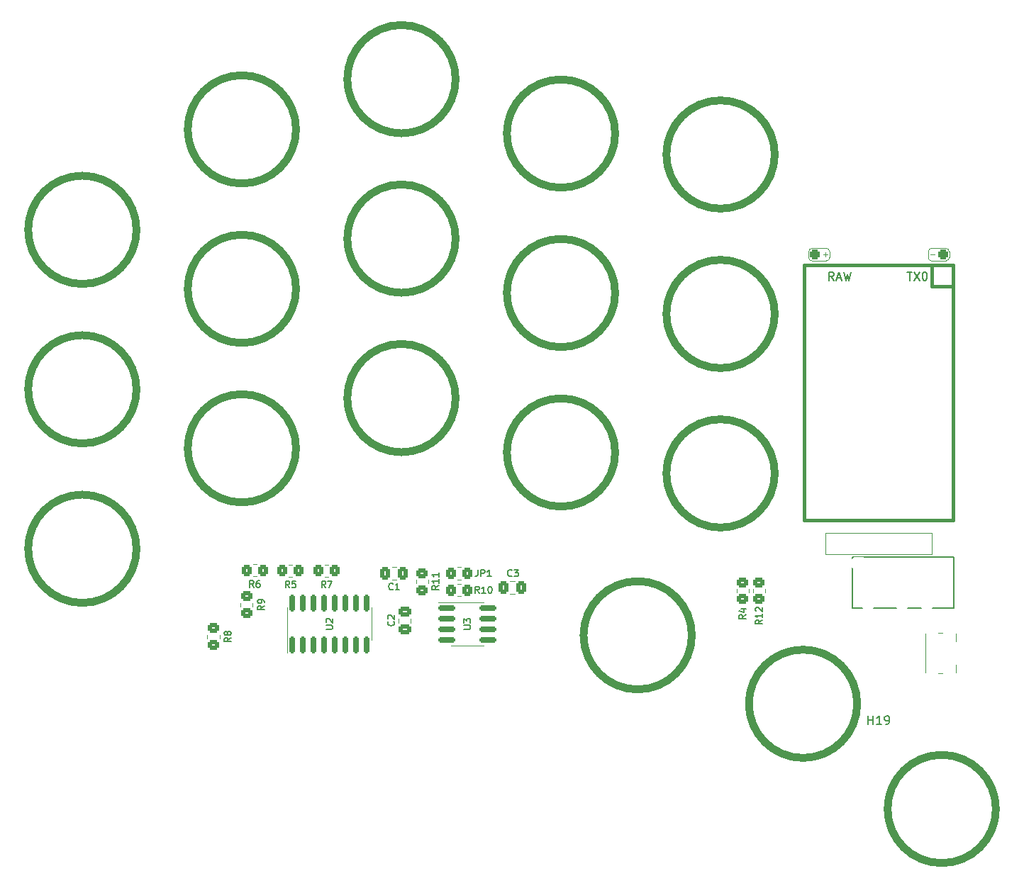
<source format=gto>
%TF.GenerationSoftware,KiCad,Pcbnew,7.0.7-2.fc38*%
%TF.CreationDate,2023-10-08T12:30:22+05:30*%
%TF.ProjectId,tako_right,74616b6f-5f72-4696-9768-742e6b696361,rev?*%
%TF.SameCoordinates,Original*%
%TF.FileFunction,Legend,Top*%
%TF.FilePolarity,Positive*%
%FSLAX46Y46*%
G04 Gerber Fmt 4.6, Leading zero omitted, Abs format (unit mm)*
G04 Created by KiCad (PCBNEW 7.0.7-2.fc38) date 2023-10-08 12:30:22*
%MOMM*%
%LPD*%
G01*
G04 APERTURE LIST*
G04 Aperture macros list*
%AMRoundRect*
0 Rectangle with rounded corners*
0 $1 Rounding radius*
0 $2 $3 $4 $5 $6 $7 $8 $9 X,Y pos of 4 corners*
0 Add a 4 corners polygon primitive as box body*
4,1,4,$2,$3,$4,$5,$6,$7,$8,$9,$2,$3,0*
0 Add four circle primitives for the rounded corners*
1,1,$1+$1,$2,$3*
1,1,$1+$1,$4,$5*
1,1,$1+$1,$6,$7*
1,1,$1+$1,$8,$9*
0 Add four rect primitives between the rounded corners*
20,1,$1+$1,$2,$3,$4,$5,0*
20,1,$1+$1,$4,$5,$6,$7,0*
20,1,$1+$1,$6,$7,$8,$9,0*
20,1,$1+$1,$8,$9,$2,$3,0*%
G04 Aperture macros list end*
%ADD10C,0.150000*%
%ADD11C,0.120000*%
%ADD12C,0.900000*%
%ADD13C,0.100000*%
%ADD14C,0.381000*%
%ADD15R,1.752600X1.752600*%
%ADD16C,1.752600*%
%ADD17RoundRect,0.250000X0.337500X0.475000X-0.337500X0.475000X-0.337500X-0.475000X0.337500X-0.475000X0*%
%ADD18C,3.400000*%
%ADD19RoundRect,0.250000X-0.450000X0.350000X-0.450000X-0.350000X0.450000X-0.350000X0.450000X0.350000X0*%
%ADD20C,0.750000*%
%ADD21R,1.000000X1.550000*%
%ADD22RoundRect,0.250000X0.350000X0.450000X-0.350000X0.450000X-0.350000X-0.450000X0.350000X-0.450000X0*%
%ADD23RoundRect,0.150000X-0.825000X-0.150000X0.825000X-0.150000X0.825000X0.150000X-0.825000X0.150000X0*%
%ADD24RoundRect,0.312500X-0.312500X-0.312500X0.312500X-0.312500X0.312500X0.312500X-0.312500X0.312500X0*%
%ADD25C,3.500000*%
%ADD26RoundRect,0.250000X-0.337500X-0.475000X0.337500X-0.475000X0.337500X0.475000X-0.337500X0.475000X0*%
%ADD27RoundRect,0.250000X0.450000X-0.350000X0.450000X0.350000X-0.450000X0.350000X-0.450000X-0.350000X0*%
%ADD28C,0.800000*%
%ADD29O,2.000000X1.600000*%
%ADD30RoundRect,0.250000X0.475000X-0.337500X0.475000X0.337500X-0.475000X0.337500X-0.475000X-0.337500X0*%
%ADD31RoundRect,0.250000X-0.350000X-0.450000X0.350000X-0.450000X0.350000X0.450000X-0.350000X0.450000X0*%
%ADD32RoundRect,0.150000X0.150000X-0.825000X0.150000X0.825000X-0.150000X0.825000X-0.150000X-0.825000X0*%
%ADD33RoundRect,0.312500X0.312500X0.312500X-0.312500X0.312500X-0.312500X-0.312500X0.312500X-0.312500X0*%
%ADD34C,0.900000*%
G04 APERTURE END LIST*
D10*
X213902503Y-96197594D02*
X213864407Y-96235690D01*
X213864407Y-96235690D02*
X213750122Y-96273785D01*
X213750122Y-96273785D02*
X213673931Y-96273785D01*
X213673931Y-96273785D02*
X213559645Y-96235690D01*
X213559645Y-96235690D02*
X213483455Y-96159499D01*
X213483455Y-96159499D02*
X213445360Y-96083309D01*
X213445360Y-96083309D02*
X213407264Y-95930928D01*
X213407264Y-95930928D02*
X213407264Y-95816642D01*
X213407264Y-95816642D02*
X213445360Y-95664261D01*
X213445360Y-95664261D02*
X213483455Y-95588070D01*
X213483455Y-95588070D02*
X213559645Y-95511880D01*
X213559645Y-95511880D02*
X213673931Y-95473785D01*
X213673931Y-95473785D02*
X213750122Y-95473785D01*
X213750122Y-95473785D02*
X213864407Y-95511880D01*
X213864407Y-95511880D02*
X213902503Y-95549975D01*
X214169169Y-95473785D02*
X214664407Y-95473785D01*
X214664407Y-95473785D02*
X214397741Y-95778547D01*
X214397741Y-95778547D02*
X214512026Y-95778547D01*
X214512026Y-95778547D02*
X214588217Y-95816642D01*
X214588217Y-95816642D02*
X214626312Y-95854737D01*
X214626312Y-95854737D02*
X214664407Y-95930928D01*
X214664407Y-95930928D02*
X214664407Y-96121404D01*
X214664407Y-96121404D02*
X214626312Y-96197594D01*
X214626312Y-96197594D02*
X214588217Y-96235690D01*
X214588217Y-96235690D02*
X214512026Y-96273785D01*
X214512026Y-96273785D02*
X214283455Y-96273785D01*
X214283455Y-96273785D02*
X214207264Y-96235690D01*
X214207264Y-96235690D02*
X214169169Y-96197594D01*
X243785665Y-101480342D02*
X243404712Y-101747009D01*
X243785665Y-101937485D02*
X242985665Y-101937485D01*
X242985665Y-101937485D02*
X242985665Y-101632723D01*
X242985665Y-101632723D02*
X243023760Y-101556533D01*
X243023760Y-101556533D02*
X243061855Y-101518438D01*
X243061855Y-101518438D02*
X243138046Y-101480342D01*
X243138046Y-101480342D02*
X243252331Y-101480342D01*
X243252331Y-101480342D02*
X243328522Y-101518438D01*
X243328522Y-101518438D02*
X243366617Y-101556533D01*
X243366617Y-101556533D02*
X243404712Y-101632723D01*
X243404712Y-101632723D02*
X243404712Y-101937485D01*
X243785665Y-100718438D02*
X243785665Y-101175581D01*
X243785665Y-100947009D02*
X242985665Y-100947009D01*
X242985665Y-100947009D02*
X243099950Y-101023200D01*
X243099950Y-101023200D02*
X243176141Y-101099390D01*
X243176141Y-101099390D02*
X243214236Y-101175581D01*
X243061855Y-100413676D02*
X243023760Y-100375580D01*
X243023760Y-100375580D02*
X242985665Y-100299390D01*
X242985665Y-100299390D02*
X242985665Y-100108914D01*
X242985665Y-100108914D02*
X243023760Y-100032723D01*
X243023760Y-100032723D02*
X243061855Y-99994628D01*
X243061855Y-99994628D02*
X243138046Y-99956533D01*
X243138046Y-99956533D02*
X243214236Y-99956533D01*
X243214236Y-99956533D02*
X243328522Y-99994628D01*
X243328522Y-99994628D02*
X243785665Y-100451771D01*
X243785665Y-100451771D02*
X243785665Y-99956533D01*
X191671153Y-97604428D02*
X191404486Y-97223475D01*
X191214010Y-97604428D02*
X191214010Y-96804428D01*
X191214010Y-96804428D02*
X191518772Y-96804428D01*
X191518772Y-96804428D02*
X191594962Y-96842523D01*
X191594962Y-96842523D02*
X191633057Y-96880618D01*
X191633057Y-96880618D02*
X191671153Y-96956809D01*
X191671153Y-96956809D02*
X191671153Y-97071094D01*
X191671153Y-97071094D02*
X191633057Y-97147285D01*
X191633057Y-97147285D02*
X191594962Y-97185380D01*
X191594962Y-97185380D02*
X191518772Y-97223475D01*
X191518772Y-97223475D02*
X191214010Y-97223475D01*
X191937819Y-96804428D02*
X192471153Y-96804428D01*
X192471153Y-96804428D02*
X192128295Y-97604428D01*
X208184809Y-102548946D02*
X208832428Y-102548946D01*
X208832428Y-102548946D02*
X208908618Y-102510851D01*
X208908618Y-102510851D02*
X208946714Y-102472756D01*
X208946714Y-102472756D02*
X208984809Y-102396565D01*
X208984809Y-102396565D02*
X208984809Y-102244184D01*
X208984809Y-102244184D02*
X208946714Y-102167994D01*
X208946714Y-102167994D02*
X208908618Y-102129899D01*
X208908618Y-102129899D02*
X208832428Y-102091803D01*
X208832428Y-102091803D02*
X208184809Y-102091803D01*
X208184809Y-101787042D02*
X208184809Y-101291804D01*
X208184809Y-101291804D02*
X208489571Y-101558470D01*
X208489571Y-101558470D02*
X208489571Y-101444185D01*
X208489571Y-101444185D02*
X208527666Y-101367994D01*
X208527666Y-101367994D02*
X208565761Y-101329899D01*
X208565761Y-101329899D02*
X208641952Y-101291804D01*
X208641952Y-101291804D02*
X208832428Y-101291804D01*
X208832428Y-101291804D02*
X208908618Y-101329899D01*
X208908618Y-101329899D02*
X208946714Y-101367994D01*
X208946714Y-101367994D02*
X208984809Y-101444185D01*
X208984809Y-101444185D02*
X208984809Y-101672756D01*
X208984809Y-101672756D02*
X208946714Y-101748947D01*
X208946714Y-101748947D02*
X208908618Y-101787042D01*
X199726681Y-97787562D02*
X199688585Y-97825658D01*
X199688585Y-97825658D02*
X199574300Y-97863753D01*
X199574300Y-97863753D02*
X199498109Y-97863753D01*
X199498109Y-97863753D02*
X199383823Y-97825658D01*
X199383823Y-97825658D02*
X199307633Y-97749467D01*
X199307633Y-97749467D02*
X199269538Y-97673277D01*
X199269538Y-97673277D02*
X199231442Y-97520896D01*
X199231442Y-97520896D02*
X199231442Y-97406610D01*
X199231442Y-97406610D02*
X199269538Y-97254229D01*
X199269538Y-97254229D02*
X199307633Y-97178038D01*
X199307633Y-97178038D02*
X199383823Y-97101848D01*
X199383823Y-97101848D02*
X199498109Y-97063753D01*
X199498109Y-97063753D02*
X199574300Y-97063753D01*
X199574300Y-97063753D02*
X199688585Y-97101848D01*
X199688585Y-97101848D02*
X199726681Y-97139943D01*
X200488585Y-97863753D02*
X200031442Y-97863753D01*
X200260014Y-97863753D02*
X200260014Y-97063753D01*
X200260014Y-97063753D02*
X200183823Y-97178038D01*
X200183823Y-97178038D02*
X200107633Y-97254229D01*
X200107633Y-97254229D02*
X200031442Y-97292324D01*
X184355402Y-99782322D02*
X183974449Y-100048989D01*
X184355402Y-100239465D02*
X183555402Y-100239465D01*
X183555402Y-100239465D02*
X183555402Y-99934703D01*
X183555402Y-99934703D02*
X183593497Y-99858513D01*
X183593497Y-99858513D02*
X183631592Y-99820418D01*
X183631592Y-99820418D02*
X183707783Y-99782322D01*
X183707783Y-99782322D02*
X183822068Y-99782322D01*
X183822068Y-99782322D02*
X183898259Y-99820418D01*
X183898259Y-99820418D02*
X183936354Y-99858513D01*
X183936354Y-99858513D02*
X183974449Y-99934703D01*
X183974449Y-99934703D02*
X183974449Y-100239465D01*
X184355402Y-99401370D02*
X184355402Y-99248989D01*
X184355402Y-99248989D02*
X184317307Y-99172799D01*
X184317307Y-99172799D02*
X184279211Y-99134703D01*
X184279211Y-99134703D02*
X184164926Y-99058513D01*
X184164926Y-99058513D02*
X184012545Y-99020418D01*
X184012545Y-99020418D02*
X183707783Y-99020418D01*
X183707783Y-99020418D02*
X183631592Y-99058513D01*
X183631592Y-99058513D02*
X183593497Y-99096608D01*
X183593497Y-99096608D02*
X183555402Y-99172799D01*
X183555402Y-99172799D02*
X183555402Y-99325180D01*
X183555402Y-99325180D02*
X183593497Y-99401370D01*
X183593497Y-99401370D02*
X183631592Y-99439465D01*
X183631592Y-99439465D02*
X183707783Y-99477561D01*
X183707783Y-99477561D02*
X183898259Y-99477561D01*
X183898259Y-99477561D02*
X183974449Y-99439465D01*
X183974449Y-99439465D02*
X184012545Y-99401370D01*
X184012545Y-99401370D02*
X184050640Y-99325180D01*
X184050640Y-99325180D02*
X184050640Y-99172799D01*
X184050640Y-99172799D02*
X184012545Y-99096608D01*
X184012545Y-99096608D02*
X183974449Y-99058513D01*
X183974449Y-99058513D02*
X183898259Y-99020418D01*
X183105214Y-97554787D02*
X182838547Y-97173834D01*
X182648071Y-97554787D02*
X182648071Y-96754787D01*
X182648071Y-96754787D02*
X182952833Y-96754787D01*
X182952833Y-96754787D02*
X183029023Y-96792882D01*
X183029023Y-96792882D02*
X183067118Y-96830977D01*
X183067118Y-96830977D02*
X183105214Y-96907168D01*
X183105214Y-96907168D02*
X183105214Y-97021453D01*
X183105214Y-97021453D02*
X183067118Y-97097644D01*
X183067118Y-97097644D02*
X183029023Y-97135739D01*
X183029023Y-97135739D02*
X182952833Y-97173834D01*
X182952833Y-97173834D02*
X182648071Y-97173834D01*
X183790928Y-96754787D02*
X183638547Y-96754787D01*
X183638547Y-96754787D02*
X183562356Y-96792882D01*
X183562356Y-96792882D02*
X183524261Y-96830977D01*
X183524261Y-96830977D02*
X183448071Y-96945263D01*
X183448071Y-96945263D02*
X183409975Y-97097644D01*
X183409975Y-97097644D02*
X183409975Y-97402406D01*
X183409975Y-97402406D02*
X183448071Y-97478596D01*
X183448071Y-97478596D02*
X183486166Y-97516692D01*
X183486166Y-97516692D02*
X183562356Y-97554787D01*
X183562356Y-97554787D02*
X183714737Y-97554787D01*
X183714737Y-97554787D02*
X183790928Y-97516692D01*
X183790928Y-97516692D02*
X183829023Y-97478596D01*
X183829023Y-97478596D02*
X183867118Y-97402406D01*
X183867118Y-97402406D02*
X183867118Y-97211930D01*
X183867118Y-97211930D02*
X183829023Y-97135739D01*
X183829023Y-97135739D02*
X183790928Y-97097644D01*
X183790928Y-97097644D02*
X183714737Y-97059549D01*
X183714737Y-97059549D02*
X183562356Y-97059549D01*
X183562356Y-97059549D02*
X183486166Y-97097644D01*
X183486166Y-97097644D02*
X183448071Y-97135739D01*
X183448071Y-97135739D02*
X183409975Y-97211930D01*
X199809477Y-101634790D02*
X199847573Y-101672886D01*
X199847573Y-101672886D02*
X199885668Y-101787171D01*
X199885668Y-101787171D02*
X199885668Y-101863362D01*
X199885668Y-101863362D02*
X199847573Y-101977648D01*
X199847573Y-101977648D02*
X199771382Y-102053838D01*
X199771382Y-102053838D02*
X199695192Y-102091933D01*
X199695192Y-102091933D02*
X199542811Y-102130029D01*
X199542811Y-102130029D02*
X199428525Y-102130029D01*
X199428525Y-102130029D02*
X199276144Y-102091933D01*
X199276144Y-102091933D02*
X199199953Y-102053838D01*
X199199953Y-102053838D02*
X199123763Y-101977648D01*
X199123763Y-101977648D02*
X199085668Y-101863362D01*
X199085668Y-101863362D02*
X199085668Y-101787171D01*
X199085668Y-101787171D02*
X199123763Y-101672886D01*
X199123763Y-101672886D02*
X199161858Y-101634790D01*
X199161858Y-101330029D02*
X199123763Y-101291933D01*
X199123763Y-101291933D02*
X199085668Y-101215743D01*
X199085668Y-101215743D02*
X199085668Y-101025267D01*
X199085668Y-101025267D02*
X199123763Y-100949076D01*
X199123763Y-100949076D02*
X199161858Y-100910981D01*
X199161858Y-100910981D02*
X199238049Y-100872886D01*
X199238049Y-100872886D02*
X199314239Y-100872886D01*
X199314239Y-100872886D02*
X199428525Y-100910981D01*
X199428525Y-100910981D02*
X199885668Y-101368124D01*
X199885668Y-101368124D02*
X199885668Y-100872886D01*
X187355215Y-97604431D02*
X187088548Y-97223478D01*
X186898072Y-97604431D02*
X186898072Y-96804431D01*
X186898072Y-96804431D02*
X187202834Y-96804431D01*
X187202834Y-96804431D02*
X187279024Y-96842526D01*
X187279024Y-96842526D02*
X187317119Y-96880621D01*
X187317119Y-96880621D02*
X187355215Y-96956812D01*
X187355215Y-96956812D02*
X187355215Y-97071097D01*
X187355215Y-97071097D02*
X187317119Y-97147288D01*
X187317119Y-97147288D02*
X187279024Y-97185383D01*
X187279024Y-97185383D02*
X187202834Y-97223478D01*
X187202834Y-97223478D02*
X186898072Y-97223478D01*
X188079024Y-96804431D02*
X187698072Y-96804431D01*
X187698072Y-96804431D02*
X187659976Y-97185383D01*
X187659976Y-97185383D02*
X187698072Y-97147288D01*
X187698072Y-97147288D02*
X187774262Y-97109193D01*
X187774262Y-97109193D02*
X187964738Y-97109193D01*
X187964738Y-97109193D02*
X188040929Y-97147288D01*
X188040929Y-97147288D02*
X188079024Y-97185383D01*
X188079024Y-97185383D02*
X188117119Y-97261574D01*
X188117119Y-97261574D02*
X188117119Y-97452050D01*
X188117119Y-97452050D02*
X188079024Y-97528240D01*
X188079024Y-97528240D02*
X188040929Y-97566336D01*
X188040929Y-97566336D02*
X187964738Y-97604431D01*
X187964738Y-97604431D02*
X187774262Y-97604431D01*
X187774262Y-97604431D02*
X187698072Y-97566336D01*
X187698072Y-97566336D02*
X187659976Y-97528240D01*
X210009086Y-98268141D02*
X209742419Y-97887188D01*
X209551943Y-98268141D02*
X209551943Y-97468141D01*
X209551943Y-97468141D02*
X209856705Y-97468141D01*
X209856705Y-97468141D02*
X209932895Y-97506236D01*
X209932895Y-97506236D02*
X209970990Y-97544331D01*
X209970990Y-97544331D02*
X210009086Y-97620522D01*
X210009086Y-97620522D02*
X210009086Y-97734807D01*
X210009086Y-97734807D02*
X209970990Y-97810998D01*
X209970990Y-97810998D02*
X209932895Y-97849093D01*
X209932895Y-97849093D02*
X209856705Y-97887188D01*
X209856705Y-97887188D02*
X209551943Y-97887188D01*
X210770990Y-98268141D02*
X210313847Y-98268141D01*
X210542419Y-98268141D02*
X210542419Y-97468141D01*
X210542419Y-97468141D02*
X210466228Y-97582426D01*
X210466228Y-97582426D02*
X210390038Y-97658617D01*
X210390038Y-97658617D02*
X210313847Y-97696712D01*
X211266229Y-97468141D02*
X211342419Y-97468141D01*
X211342419Y-97468141D02*
X211418610Y-97506236D01*
X211418610Y-97506236D02*
X211456705Y-97544331D01*
X211456705Y-97544331D02*
X211494800Y-97620522D01*
X211494800Y-97620522D02*
X211532895Y-97772903D01*
X211532895Y-97772903D02*
X211532895Y-97963379D01*
X211532895Y-97963379D02*
X211494800Y-98115760D01*
X211494800Y-98115760D02*
X211456705Y-98191950D01*
X211456705Y-98191950D02*
X211418610Y-98230046D01*
X211418610Y-98230046D02*
X211342419Y-98268141D01*
X211342419Y-98268141D02*
X211266229Y-98268141D01*
X211266229Y-98268141D02*
X211190038Y-98230046D01*
X211190038Y-98230046D02*
X211151943Y-98191950D01*
X211151943Y-98191950D02*
X211113848Y-98115760D01*
X211113848Y-98115760D02*
X211075752Y-97963379D01*
X211075752Y-97963379D02*
X211075752Y-97772903D01*
X211075752Y-97772903D02*
X211113848Y-97620522D01*
X211113848Y-97620522D02*
X211151943Y-97544331D01*
X211151943Y-97544331D02*
X211190038Y-97506236D01*
X211190038Y-97506236D02*
X211266229Y-97468141D01*
X180407260Y-103592756D02*
X180026307Y-103859423D01*
X180407260Y-104049899D02*
X179607260Y-104049899D01*
X179607260Y-104049899D02*
X179607260Y-103745137D01*
X179607260Y-103745137D02*
X179645355Y-103668947D01*
X179645355Y-103668947D02*
X179683450Y-103630852D01*
X179683450Y-103630852D02*
X179759641Y-103592756D01*
X179759641Y-103592756D02*
X179873926Y-103592756D01*
X179873926Y-103592756D02*
X179950117Y-103630852D01*
X179950117Y-103630852D02*
X179988212Y-103668947D01*
X179988212Y-103668947D02*
X180026307Y-103745137D01*
X180026307Y-103745137D02*
X180026307Y-104049899D01*
X179950117Y-103135614D02*
X179912022Y-103211804D01*
X179912022Y-103211804D02*
X179873926Y-103249899D01*
X179873926Y-103249899D02*
X179797736Y-103287995D01*
X179797736Y-103287995D02*
X179759641Y-103287995D01*
X179759641Y-103287995D02*
X179683450Y-103249899D01*
X179683450Y-103249899D02*
X179645355Y-103211804D01*
X179645355Y-103211804D02*
X179607260Y-103135614D01*
X179607260Y-103135614D02*
X179607260Y-102983233D01*
X179607260Y-102983233D02*
X179645355Y-102907042D01*
X179645355Y-102907042D02*
X179683450Y-102868947D01*
X179683450Y-102868947D02*
X179759641Y-102830852D01*
X179759641Y-102830852D02*
X179797736Y-102830852D01*
X179797736Y-102830852D02*
X179873926Y-102868947D01*
X179873926Y-102868947D02*
X179912022Y-102907042D01*
X179912022Y-102907042D02*
X179950117Y-102983233D01*
X179950117Y-102983233D02*
X179950117Y-103135614D01*
X179950117Y-103135614D02*
X179988212Y-103211804D01*
X179988212Y-103211804D02*
X180026307Y-103249899D01*
X180026307Y-103249899D02*
X180102498Y-103287995D01*
X180102498Y-103287995D02*
X180254879Y-103287995D01*
X180254879Y-103287995D02*
X180331069Y-103249899D01*
X180331069Y-103249899D02*
X180369165Y-103211804D01*
X180369165Y-103211804D02*
X180407260Y-103135614D01*
X180407260Y-103135614D02*
X180407260Y-102983233D01*
X180407260Y-102983233D02*
X180369165Y-102907042D01*
X180369165Y-102907042D02*
X180331069Y-102868947D01*
X180331069Y-102868947D02*
X180254879Y-102830852D01*
X180254879Y-102830852D02*
X180102498Y-102830852D01*
X180102498Y-102830852D02*
X180026307Y-102868947D01*
X180026307Y-102868947D02*
X179988212Y-102907042D01*
X179988212Y-102907042D02*
X179950117Y-102983233D01*
X191722313Y-102546660D02*
X192369932Y-102546660D01*
X192369932Y-102546660D02*
X192446122Y-102508565D01*
X192446122Y-102508565D02*
X192484218Y-102470470D01*
X192484218Y-102470470D02*
X192522313Y-102394279D01*
X192522313Y-102394279D02*
X192522313Y-102241898D01*
X192522313Y-102241898D02*
X192484218Y-102165708D01*
X192484218Y-102165708D02*
X192446122Y-102127613D01*
X192446122Y-102127613D02*
X192369932Y-102089517D01*
X192369932Y-102089517D02*
X191722313Y-102089517D01*
X191798503Y-101746661D02*
X191760408Y-101708565D01*
X191760408Y-101708565D02*
X191722313Y-101632375D01*
X191722313Y-101632375D02*
X191722313Y-101441899D01*
X191722313Y-101441899D02*
X191760408Y-101365708D01*
X191760408Y-101365708D02*
X191798503Y-101327613D01*
X191798503Y-101327613D02*
X191874694Y-101289518D01*
X191874694Y-101289518D02*
X191950884Y-101289518D01*
X191950884Y-101289518D02*
X192065170Y-101327613D01*
X192065170Y-101327613D02*
X192522313Y-101784756D01*
X192522313Y-101784756D02*
X192522313Y-101289518D01*
X209856708Y-95463754D02*
X209856708Y-96035182D01*
X209856708Y-96035182D02*
X209818613Y-96149468D01*
X209818613Y-96149468D02*
X209742422Y-96225659D01*
X209742422Y-96225659D02*
X209628137Y-96263754D01*
X209628137Y-96263754D02*
X209551946Y-96263754D01*
X210237661Y-96263754D02*
X210237661Y-95463754D01*
X210237661Y-95463754D02*
X210542423Y-95463754D01*
X210542423Y-95463754D02*
X210618613Y-95501849D01*
X210618613Y-95501849D02*
X210656708Y-95539944D01*
X210656708Y-95539944D02*
X210694804Y-95616135D01*
X210694804Y-95616135D02*
X210694804Y-95730420D01*
X210694804Y-95730420D02*
X210656708Y-95806611D01*
X210656708Y-95806611D02*
X210618613Y-95844706D01*
X210618613Y-95844706D02*
X210542423Y-95882801D01*
X210542423Y-95882801D02*
X210237661Y-95882801D01*
X211456708Y-96263754D02*
X210999565Y-96263754D01*
X211228137Y-96263754D02*
X211228137Y-95463754D01*
X211228137Y-95463754D02*
X211151946Y-95578039D01*
X211151946Y-95578039D02*
X211075756Y-95654230D01*
X211075756Y-95654230D02*
X210999565Y-95692325D01*
X205185668Y-97360562D02*
X204804715Y-97627229D01*
X205185668Y-97817705D02*
X204385668Y-97817705D01*
X204385668Y-97817705D02*
X204385668Y-97512943D01*
X204385668Y-97512943D02*
X204423763Y-97436753D01*
X204423763Y-97436753D02*
X204461858Y-97398658D01*
X204461858Y-97398658D02*
X204538049Y-97360562D01*
X204538049Y-97360562D02*
X204652334Y-97360562D01*
X204652334Y-97360562D02*
X204728525Y-97398658D01*
X204728525Y-97398658D02*
X204766620Y-97436753D01*
X204766620Y-97436753D02*
X204804715Y-97512943D01*
X204804715Y-97512943D02*
X204804715Y-97817705D01*
X205185668Y-96598658D02*
X205185668Y-97055801D01*
X205185668Y-96827229D02*
X204385668Y-96827229D01*
X204385668Y-96827229D02*
X204499953Y-96903420D01*
X204499953Y-96903420D02*
X204576144Y-96979610D01*
X204576144Y-96979610D02*
X204614239Y-97055801D01*
X205185668Y-95836753D02*
X205185668Y-96293896D01*
X205185668Y-96065324D02*
X204385668Y-96065324D01*
X204385668Y-96065324D02*
X204499953Y-96141515D01*
X204499953Y-96141515D02*
X204576144Y-96217705D01*
X204576144Y-96217705D02*
X204614239Y-96293896D01*
X241851844Y-100849386D02*
X241470891Y-101116053D01*
X241851844Y-101306529D02*
X241051844Y-101306529D01*
X241051844Y-101306529D02*
X241051844Y-101001767D01*
X241051844Y-101001767D02*
X241089939Y-100925577D01*
X241089939Y-100925577D02*
X241128034Y-100887482D01*
X241128034Y-100887482D02*
X241204225Y-100849386D01*
X241204225Y-100849386D02*
X241318510Y-100849386D01*
X241318510Y-100849386D02*
X241394701Y-100887482D01*
X241394701Y-100887482D02*
X241432796Y-100925577D01*
X241432796Y-100925577D02*
X241470891Y-101001767D01*
X241470891Y-101001767D02*
X241470891Y-101306529D01*
X241318510Y-100163672D02*
X241851844Y-100163672D01*
X241013749Y-100354148D02*
X241585177Y-100544625D01*
X241585177Y-100544625D02*
X241585177Y-100049386D01*
X256477877Y-113925445D02*
X256477877Y-112925445D01*
X256477877Y-113401635D02*
X257049305Y-113401635D01*
X257049305Y-113925445D02*
X257049305Y-112925445D01*
X258049305Y-113925445D02*
X257477877Y-113925445D01*
X257763591Y-113925445D02*
X257763591Y-112925445D01*
X257763591Y-112925445D02*
X257668353Y-113068302D01*
X257668353Y-113068302D02*
X257573115Y-113163540D01*
X257573115Y-113163540D02*
X257477877Y-113211159D01*
X258525496Y-113925445D02*
X258715972Y-113925445D01*
X258715972Y-113925445D02*
X258811210Y-113877826D01*
X258811210Y-113877826D02*
X258858829Y-113830206D01*
X258858829Y-113830206D02*
X258954067Y-113687349D01*
X258954067Y-113687349D02*
X259001686Y-113496873D01*
X259001686Y-113496873D02*
X259001686Y-113115921D01*
X259001686Y-113115921D02*
X258954067Y-113020683D01*
X258954067Y-113020683D02*
X258906448Y-112973064D01*
X258906448Y-112973064D02*
X258811210Y-112925445D01*
X258811210Y-112925445D02*
X258620734Y-112925445D01*
X258620734Y-112925445D02*
X258525496Y-112973064D01*
X258525496Y-112973064D02*
X258477877Y-113020683D01*
X258477877Y-113020683D02*
X258430258Y-113115921D01*
X258430258Y-113115921D02*
X258430258Y-113354016D01*
X258430258Y-113354016D02*
X258477877Y-113449254D01*
X258477877Y-113449254D02*
X258525496Y-113496873D01*
X258525496Y-113496873D02*
X258620734Y-113544492D01*
X258620734Y-113544492D02*
X258811210Y-113544492D01*
X258811210Y-113544492D02*
X258906448Y-113496873D01*
X258906448Y-113496873D02*
X258954067Y-113449254D01*
X258954067Y-113449254D02*
X259001686Y-113354016D01*
X261116480Y-59898478D02*
X261687908Y-59898478D01*
X261402194Y-60898478D02*
X261402194Y-59898478D01*
X261926004Y-59898478D02*
X262592670Y-60898478D01*
X262592670Y-59898478D02*
X261926004Y-60898478D01*
X263164099Y-59898478D02*
X263259337Y-59898478D01*
X263259337Y-59898478D02*
X263354575Y-59946097D01*
X263354575Y-59946097D02*
X263402194Y-59993716D01*
X263402194Y-59993716D02*
X263449813Y-60088954D01*
X263449813Y-60088954D02*
X263497432Y-60279430D01*
X263497432Y-60279430D02*
X263497432Y-60517525D01*
X263497432Y-60517525D02*
X263449813Y-60708001D01*
X263449813Y-60708001D02*
X263402194Y-60803239D01*
X263402194Y-60803239D02*
X263354575Y-60850859D01*
X263354575Y-60850859D02*
X263259337Y-60898478D01*
X263259337Y-60898478D02*
X263164099Y-60898478D01*
X263164099Y-60898478D02*
X263068861Y-60850859D01*
X263068861Y-60850859D02*
X263021242Y-60803239D01*
X263021242Y-60803239D02*
X262973623Y-60708001D01*
X262973623Y-60708001D02*
X262926004Y-60517525D01*
X262926004Y-60517525D02*
X262926004Y-60279430D01*
X262926004Y-60279430D02*
X262973623Y-60088954D01*
X262973623Y-60088954D02*
X263021242Y-59993716D01*
X263021242Y-59993716D02*
X263068861Y-59946097D01*
X263068861Y-59946097D02*
X263164099Y-59898478D01*
X252364098Y-60898478D02*
X252030765Y-60422287D01*
X251792670Y-60898478D02*
X251792670Y-59898478D01*
X251792670Y-59898478D02*
X252173622Y-59898478D01*
X252173622Y-59898478D02*
X252268860Y-59946097D01*
X252268860Y-59946097D02*
X252316479Y-59993716D01*
X252316479Y-59993716D02*
X252364098Y-60088954D01*
X252364098Y-60088954D02*
X252364098Y-60231811D01*
X252364098Y-60231811D02*
X252316479Y-60327049D01*
X252316479Y-60327049D02*
X252268860Y-60374668D01*
X252268860Y-60374668D02*
X252173622Y-60422287D01*
X252173622Y-60422287D02*
X251792670Y-60422287D01*
X252745051Y-60612763D02*
X253221241Y-60612763D01*
X252649813Y-60898478D02*
X252983146Y-59898478D01*
X252983146Y-59898478D02*
X253316479Y-60898478D01*
X253554575Y-59898478D02*
X253792670Y-60898478D01*
X253792670Y-60898478D02*
X253983146Y-60184192D01*
X253983146Y-60184192D02*
X254173622Y-60898478D01*
X254173622Y-60898478D02*
X254411718Y-59898478D01*
D11*
%TO.C,C3*%
X214249801Y-98333989D02*
X213727297Y-98333989D01*
X214249801Y-96863989D02*
X213727297Y-96863989D01*
%TO.C,R12*%
X244174963Y-97738993D02*
X244174963Y-98193121D01*
X242704963Y-97738993D02*
X242704963Y-98193121D01*
D12*
%TO.C,SW5*%
X245306549Y-45859992D02*
G75*
G03*
X245306549Y-45859992I-6467000J0D01*
G01*
%TO.C,SW13*%
X207206550Y-74959991D02*
G75*
G03*
X207206550Y-74959991I-6467000J0D01*
G01*
%TO.C,SW12*%
X188156550Y-80960500D02*
G75*
G03*
X188156550Y-80960500I-6467000J0D01*
G01*
D11*
%TO.C,RSW1*%
X264840971Y-102970627D02*
X265390971Y-102970627D01*
X266965971Y-103995627D02*
X266965971Y-103070627D01*
X266965971Y-107770627D02*
X266965971Y-106845627D01*
X263265971Y-107770627D02*
X263265971Y-103070627D01*
X264840971Y-107870627D02*
X265390971Y-107870627D01*
D12*
%TO.C,SW4*%
X226256550Y-43360005D02*
G75*
G03*
X226256550Y-43360005I-6467000J0D01*
G01*
%TO.C,SW15*%
X245306549Y-83959994D02*
G75*
G03*
X245306549Y-83959994I-6467000J0D01*
G01*
%TO.C,SW6*%
X169106552Y-73910492D02*
G75*
G03*
X169106552Y-73910492I-6467000J0D01*
G01*
D11*
%TO.C,R7*%
X192031550Y-96327133D02*
X191577422Y-96327133D01*
X192031550Y-94857133D02*
X191577422Y-94857133D01*
%TO.C,U3*%
X208622514Y-99377135D02*
X205172514Y-99377135D01*
X208622514Y-99377135D02*
X210572514Y-99377135D01*
X208622514Y-104497135D02*
X206672514Y-104497135D01*
X208622514Y-104497135D02*
X210572514Y-104497135D01*
D13*
%TO.C,BAT_HOLE+1*%
X249366908Y-58169421D02*
X249366908Y-57469421D01*
X249766908Y-57069421D02*
X251466908Y-57069421D01*
X251116908Y-57819421D02*
X251616908Y-57819421D01*
X251366908Y-57569421D02*
X251366908Y-58069421D01*
X251466908Y-58569421D02*
X249766908Y-58569421D01*
X251866908Y-57469421D02*
X251866908Y-58169421D01*
X249766908Y-57069421D02*
G75*
G03*
X249366908Y-57469421I-1J-399999D01*
G01*
X249366908Y-58169421D02*
G75*
G03*
X249766908Y-58569421I399999J-1D01*
G01*
X251866908Y-57469421D02*
G75*
G03*
X251466908Y-57069421I-400000J0D01*
G01*
X251466908Y-58569421D02*
G75*
G03*
X251866908Y-58169421I0J400000D01*
G01*
D12*
%TO.C,SW3*%
X207206540Y-36859996D02*
G75*
G03*
X207206540Y-36859996I-6467000J0D01*
G01*
%TO.C,SW11*%
X169106550Y-92960494D02*
G75*
G03*
X169106550Y-92960494I-6467000J0D01*
G01*
D11*
%TO.C,C1*%
X199598762Y-95163991D02*
X200121266Y-95163991D01*
X199598762Y-96633991D02*
X200121266Y-96633991D01*
%TO.C,R9*%
X181503550Y-99876054D02*
X181503550Y-99421926D01*
X182973550Y-99876054D02*
X182973550Y-99421926D01*
%TO.C,R6*%
X183465611Y-96277492D02*
X183011483Y-96277492D01*
X183465611Y-94807492D02*
X183011483Y-94807492D01*
D12*
%TO.C,SW2*%
X188156546Y-42860498D02*
G75*
G03*
X188156546Y-42860498I-6467000J0D01*
G01*
D10*
%TO.C,J1*%
X266665975Y-93989423D02*
X254565975Y-93989423D01*
X266665975Y-100089423D02*
X266665975Y-93989423D01*
X266665975Y-100089423D02*
X254565975Y-100089423D01*
X254565975Y-100089423D02*
X254565975Y-93989423D01*
D11*
%TO.C,C2*%
X200387517Y-101803743D02*
X200387517Y-101281239D01*
X201857517Y-101803743D02*
X201857517Y-101281239D01*
%TO.C,R5*%
X187715612Y-96327136D02*
X187261484Y-96327136D01*
X187715612Y-94857136D02*
X187261484Y-94857136D01*
D12*
%TO.C,SW17*%
X255156516Y-111480384D02*
G75*
G03*
X255156516Y-111480384I-6467000J0D01*
G01*
%TO.C,SW9*%
X226256550Y-62409994D02*
G75*
G03*
X226256550Y-62409994I-6467000J0D01*
G01*
%TO.C,SW7*%
X188156551Y-61910495D02*
G75*
G03*
X188156551Y-61910495I-6467000J0D01*
G01*
%TO.C,SW14*%
X226256545Y-81459993D02*
G75*
G03*
X226256545Y-81459993I-6467000J0D01*
G01*
%TO.C,SW1*%
X169106540Y-54860494D02*
G75*
G03*
X169106540Y-54860494I-6467000J0D01*
G01*
D11*
%TO.C,R10*%
X207395450Y-97163990D02*
X207849578Y-97163990D01*
X207395450Y-98633990D02*
X207849578Y-98633990D01*
D12*
%TO.C,SW10*%
X245306548Y-64909997D02*
G75*
G03*
X245306548Y-64909997I-6467000J0D01*
G01*
D11*
%TO.C,R8*%
X177569486Y-103686488D02*
X177569486Y-103232360D01*
X179039486Y-103686488D02*
X179039486Y-103232360D01*
%TO.C,U2*%
X187062517Y-101937137D02*
X187062517Y-105387137D01*
X187062517Y-101937137D02*
X187062517Y-99987137D01*
X197182517Y-101937137D02*
X197182517Y-103887137D01*
X197182517Y-101937137D02*
X197182517Y-99987137D01*
%TO.C,JP1*%
X207395453Y-95163992D02*
X207849581Y-95163992D01*
X207395453Y-96633992D02*
X207849581Y-96633992D01*
D12*
%TO.C,SW18*%
X235409589Y-103300695D02*
G75*
G03*
X235409589Y-103300695I-6467000J0D01*
G01*
%TO.C,SW8*%
X207206544Y-55909999D02*
G75*
G03*
X207206544Y-55909999I-6467000J0D01*
G01*
D11*
%TO.C,DISP1*%
X251404330Y-91032635D02*
X264104330Y-91032635D01*
X264104330Y-91032635D02*
X264104330Y-93632635D01*
X264104330Y-93632635D02*
X251404330Y-93632635D01*
X251404330Y-93632635D02*
X251404330Y-91032635D01*
D13*
%TO.C,BAT_HOLE-1*%
X266140409Y-57469423D02*
X266140409Y-58169423D01*
X265740409Y-58569423D02*
X264040409Y-58569423D01*
X264390409Y-57819423D02*
X263890409Y-57819423D01*
X264040409Y-57069423D02*
X265740409Y-57069423D01*
X263640409Y-58169423D02*
X263640409Y-57469423D01*
X265740409Y-58569423D02*
G75*
G03*
X266140409Y-58169423I1J399999D01*
G01*
X266140409Y-57469423D02*
G75*
G03*
X265740409Y-57069423I-399999J1D01*
G01*
X263640409Y-58169423D02*
G75*
G03*
X264040409Y-58569423I400000J0D01*
G01*
X264040409Y-57069423D02*
G75*
G03*
X263640409Y-57469423I0J-400000D01*
G01*
D12*
%TO.C,SW16*%
X271716074Y-124047750D02*
G75*
G03*
X271716074Y-124047750I-6467001J0D01*
G01*
D11*
%TO.C,R11*%
X202487517Y-97126054D02*
X202487517Y-96671926D01*
X203957517Y-97126054D02*
X203957517Y-96671926D01*
%TO.C,R4*%
X242224549Y-97732925D02*
X242224549Y-98187053D01*
X240754549Y-97732925D02*
X240754549Y-98187053D01*
D14*
%TO.C,U1*%
X266644575Y-59103659D02*
X266644575Y-89583659D01*
X264104575Y-59103659D02*
X264104575Y-61643659D01*
X248864575Y-59103659D02*
X266644575Y-59103659D01*
X264104575Y-61643659D02*
X266644575Y-61643659D01*
X266644575Y-89583659D02*
X248864575Y-89583659D01*
X248864575Y-89583659D02*
X248864575Y-59103659D01*
%TD*%
D15*
%TO.C,U1*%
X265374575Y-60373659D03*
D16*
X265374575Y-62913659D03*
X265374575Y-65453659D03*
X265374575Y-67993659D03*
X265374575Y-70533659D03*
X265374575Y-73073659D03*
X265374575Y-75613659D03*
X265374575Y-78153659D03*
X265374575Y-80693659D03*
X265374575Y-83233659D03*
X265374575Y-85773659D03*
X265374575Y-88313659D03*
X250134575Y-88313659D03*
X250134575Y-85773659D03*
X250134575Y-83233659D03*
X250134575Y-80693659D03*
X250134575Y-78153659D03*
X250134575Y-75613659D03*
X250134575Y-73073659D03*
X250134575Y-70533659D03*
X250134575Y-67993659D03*
X250134575Y-65453659D03*
X250134575Y-62913659D03*
X250134575Y-60373659D03*
%TD*%
%LPC*%
D17*
%TO.C,C3*%
X215026049Y-97598989D03*
X212951049Y-97598989D03*
%TD*%
D18*
%TO.C,H1*%
X162639543Y-44666058D03*
%TD*%
D19*
%TO.C,R12*%
X243439963Y-96966057D03*
X243439963Y-98966057D03*
%TD*%
D20*
%TO.C,RSW1*%
X266490971Y-105420627D03*
X263740971Y-105420627D03*
D21*
X265965971Y-102795627D03*
X265965971Y-108045627D03*
X264265971Y-102795627D03*
X264265971Y-108045627D03*
%TD*%
D22*
%TO.C,R7*%
X192804486Y-95592133D03*
X190804486Y-95592133D03*
%TD*%
D23*
%TO.C,U3*%
X206147514Y-100032135D03*
X206147514Y-101302135D03*
X206147514Y-102572135D03*
X206147514Y-103842135D03*
X211097514Y-103842135D03*
X211097514Y-102572135D03*
X211097514Y-101302135D03*
X211097514Y-100032135D03*
%TD*%
D24*
%TO.C,BAT_HOLE+1*%
X250116908Y-57819421D03*
%TD*%
D18*
%TO.C,H9*%
X219789549Y-33166058D03*
%TD*%
%TO.C,H10*%
X238839551Y-35666058D03*
%TD*%
D25*
%TO.C,H17*%
X250364002Y-97039421D03*
%TD*%
D18*
%TO.C,H13*%
X239297894Y-106243092D03*
%TD*%
%TO.C,H2*%
X162639541Y-64385492D03*
%TD*%
%TO.C,H5*%
X176639550Y-94960499D03*
%TD*%
D26*
%TO.C,C1*%
X198822514Y-95898991D03*
X200897514Y-95898991D03*
%TD*%
D27*
%TO.C,R9*%
X182238550Y-100648990D03*
X182238550Y-98648990D03*
%TD*%
D25*
%TO.C,H15*%
X250364001Y-54480531D03*
%TD*%
D22*
%TO.C,R6*%
X184238547Y-95542492D03*
X182238547Y-95542492D03*
%TD*%
D28*
%TO.C,J1*%
X265065975Y-97039423D03*
X258065975Y-97039423D03*
D29*
X255365975Y-94739423D03*
X263465975Y-99339423D03*
X260465975Y-99339423D03*
X256465975Y-99339423D03*
%TD*%
D30*
%TO.C,C2*%
X201122517Y-102579991D03*
X201122517Y-100504991D03*
%TD*%
D22*
%TO.C,R5*%
X188488548Y-95592136D03*
X186488548Y-95592136D03*
%TD*%
D18*
%TO.C,H14*%
X274694073Y-117014750D03*
%TD*%
D31*
%TO.C,R10*%
X206622514Y-97898990D03*
X208622514Y-97898990D03*
%TD*%
D18*
%TO.C,H12*%
X238839549Y-74434995D03*
%TD*%
%TO.C,H6*%
X200739542Y-46384998D03*
%TD*%
D27*
%TO.C,R8*%
X178304486Y-104459424D03*
X178304486Y-102459424D03*
%TD*%
D32*
%TO.C,U2*%
X187677517Y-104412137D03*
X188947517Y-104412137D03*
X190217517Y-104412137D03*
X191487517Y-104412137D03*
X192757517Y-104412137D03*
X194027517Y-104412137D03*
X195297517Y-104412137D03*
X196567517Y-104412137D03*
X196567517Y-99462137D03*
X195297517Y-99462137D03*
X194027517Y-99462137D03*
X192757517Y-99462137D03*
X191487517Y-99462137D03*
X190217517Y-99462137D03*
X188947517Y-99462137D03*
X187677517Y-99462137D03*
%TD*%
D31*
%TO.C,JP1*%
X206622517Y-95898992D03*
X208622517Y-95898992D03*
%TD*%
D18*
%TO.C,H4*%
X181689545Y-32666057D03*
%TD*%
%TO.C,H11*%
X238839549Y-55384995D03*
%TD*%
D16*
%TO.C,DISP1*%
X252674330Y-92332635D03*
X255214330Y-92332635D03*
X257754330Y-92332635D03*
X260294330Y-92332635D03*
X262834330Y-92332635D03*
%TD*%
D25*
%TO.C,H16*%
X265145326Y-54480079D03*
%TD*%
D18*
%TO.C,H7*%
X200739541Y-65434995D03*
%TD*%
D33*
%TO.C,BAT_HOLE-1*%
X265390409Y-57819423D03*
%TD*%
D27*
%TO.C,R11*%
X203222517Y-97898990D03*
X203222517Y-95898990D03*
%TD*%
D18*
%TO.C,H3*%
X162639550Y-83435488D03*
%TD*%
D19*
%TO.C,R4*%
X241489549Y-96959989D03*
X241489549Y-98959989D03*
%TD*%
D18*
%TO.C,H19*%
X257715972Y-116670626D03*
%TD*%
%TO.C,H8*%
X200739548Y-86959992D03*
%TD*%
D34*
%TO.C,PSW1*%
X256254580Y-57812138D03*
X259254580Y-57812138D03*
%TD*%
D15*
%TO.C,U1*%
X265374575Y-60373659D03*
D16*
X265374575Y-62913659D03*
X265374575Y-65453659D03*
X265374575Y-67993659D03*
X265374575Y-70533659D03*
X265374575Y-73073659D03*
X265374575Y-75613659D03*
X265374575Y-78153659D03*
X265374575Y-80693659D03*
X265374575Y-83233659D03*
X265374575Y-85773659D03*
X265374575Y-88313659D03*
X250134575Y-88313659D03*
X250134575Y-85773659D03*
X250134575Y-83233659D03*
X250134575Y-80693659D03*
X250134575Y-78153659D03*
X250134575Y-75613659D03*
X250134575Y-73073659D03*
X250134575Y-70533659D03*
X250134575Y-67993659D03*
X250134575Y-65453659D03*
X250134575Y-62913659D03*
X250134575Y-60373659D03*
%TD*%
%LPD*%
M02*

</source>
